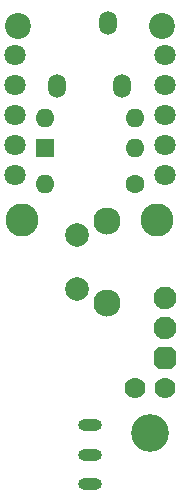
<source format=gbs>
G04 #@! TF.GenerationSoftware,KiCad,Pcbnew,7.0.6*
G04 #@! TF.CreationDate,2023-09-07T09:30:42-03:00*
G04 #@! TF.ProjectId,Lift Switch,4c696674-2053-4776-9974-63682e6b6963,rev?*
G04 #@! TF.SameCoordinates,Original*
G04 #@! TF.FileFunction,Soldermask,Bot*
G04 #@! TF.FilePolarity,Negative*
%FSLAX46Y46*%
G04 Gerber Fmt 4.6, Leading zero omitted, Abs format (unit mm)*
G04 Created by KiCad (PCBNEW 7.0.6) date 2023-09-07 09:30:42*
%MOMM*%
%LPD*%
G01*
G04 APERTURE LIST*
G04 Aperture macros list*
%AMOutline5P*
0 Free polygon, 5 corners , with rotation*
0 The origin of the aperture is its center*
0 number of corners: always 5*
0 $1 to $10 corner X, Y*
0 $11 Rotation angle, in degrees counterclockwise*
0 create outline with 5 corners*
4,1,5,$1,$2,$3,$4,$5,$6,$7,$8,$9,$10,$1,$2,$11*%
%AMOutline6P*
0 Free polygon, 6 corners , with rotation*
0 The origin of the aperture is its center*
0 number of corners: always 6*
0 $1 to $12 corner X, Y*
0 $13 Rotation angle, in degrees counterclockwise*
0 create outline with 6 corners*
4,1,6,$1,$2,$3,$4,$5,$6,$7,$8,$9,$10,$11,$12,$1,$2,$13*%
%AMOutline7P*
0 Free polygon, 7 corners , with rotation*
0 The origin of the aperture is its center*
0 number of corners: always 7*
0 $1 to $14 corner X, Y*
0 $15 Rotation angle, in degrees counterclockwise*
0 create outline with 7 corners*
4,1,7,$1,$2,$3,$4,$5,$6,$7,$8,$9,$10,$11,$12,$13,$14,$1,$2,$15*%
%AMOutline8P*
0 Free polygon, 8 corners , with rotation*
0 The origin of the aperture is its center*
0 number of corners: always 8*
0 $1 to $16 corner X, Y*
0 $17 Rotation angle, in degrees counterclockwise*
0 create outline with 8 corners*
4,1,8,$1,$2,$3,$4,$5,$6,$7,$8,$9,$10,$11,$12,$13,$14,$15,$16,$1,$2,$17*%
G04 Aperture macros list end*
%ADD10C,1.930400*%
%ADD11Outline8P,-0.965200X0.482600X-0.482600X0.965200X0.482600X0.965200X0.965200X0.482600X0.965200X-0.482600X0.482600X-0.965200X-0.482600X-0.965200X-0.965200X-0.482600X270.000000*%
%ADD12C,1.778000*%
%ADD13C,3.200000*%
%ADD14C,2.200000*%
%ADD15C,1.800000*%
%ADD16C,2.800000*%
%ADD17C,1.600000*%
%ADD18O,1.600000X1.600000*%
%ADD19R,1.600000X1.600000*%
%ADD20O,2.000000X1.000000*%
%ADD21C,2.000000*%
%ADD22C,2.300000*%
%ADD23O,1.500000X2.000000*%
G04 APERTURE END LIST*
D10*
X140970000Y-105664000D03*
X140970000Y-108204000D03*
D11*
X140970000Y-110744000D03*
D12*
X140970000Y-113284000D03*
X138430000Y-113284000D03*
D13*
X139700000Y-117094000D03*
D14*
X128524000Y-82677000D03*
X140716000Y-82677000D03*
D15*
X128270000Y-85090000D03*
X128270000Y-87630000D03*
X128270000Y-90170000D03*
X128270000Y-92710000D03*
X128270000Y-95250000D03*
X140970000Y-95250000D03*
X140970000Y-92710000D03*
X140970000Y-90170000D03*
X140970000Y-87630000D03*
X140970000Y-85090000D03*
D16*
X140335000Y-99060000D03*
X128905000Y-99060000D03*
D17*
X138430000Y-96012000D03*
D18*
X130810000Y-96012000D03*
D19*
X130820000Y-92969000D03*
D18*
X130820000Y-90429000D03*
X138440000Y-90429000D03*
X138440000Y-92969000D03*
D20*
X134620000Y-118924000D03*
X134620000Y-121424000D03*
X134620000Y-116424000D03*
D21*
X133527000Y-104866000D03*
X133527000Y-100366000D03*
D22*
X136027000Y-99116000D03*
X136027000Y-106116000D03*
D23*
X131870000Y-87700000D03*
X136120000Y-82400000D03*
X137370000Y-87700000D03*
M02*

</source>
